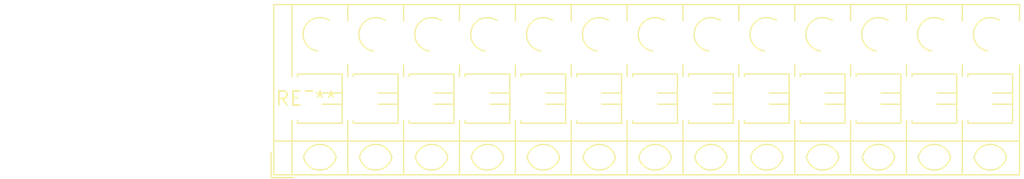
<source format=kicad_pcb>
(kicad_pcb (version 20240108) (generator pcbnew)
  (layers (0 "F.Cu" signal) (31 "B.Cu" signal) (34 "B.Paste" user) (35 "F.Paste" user) (36 "B.SilkS" user "B.Silkscreen") (37 "F.SilkS" user "F.Silkscreen") (38 "B.Mask" user) (39 "F.Mask" user) (44 "Edge.Cuts" user))
  (net 0 "")
  (footprint "TerminalBlock_WAGO_804-113_1x13_P5.00mm_45Degree" (layer "F.Cu") (at 0 0)
    (property "Reference" "REF**")
    (property "Value" "TerminalBlock_WAGO_804-113_1x13_P5.00mm_45Degree")
    (fp_line (start -3.11 4.82) (end -3.11 7.06) (layer "F.SilkS") (stroke (width 0.12)))
    (fp_line (start -3.11 7.06) (end -1.11 7.06) (layer "F.SilkS") (stroke (width 0.12)))
    (fp_line (start -2.87 -8.42) (end -2.87 6.82) (layer "F.SilkS") (stroke (width 0.12)))
    (fp_line (start -2.87 -8.42) (end 63.87 -8.42) (layer "F.SilkS") (stroke (width 0.12)))
    (fp_line (start -2.87 3.8) (end 63.87 3.8) (layer "F.SilkS") (stroke (width 0.12)))
    (fp_line (start -2.87 6.82) (end 63.87 6.82) (layer "F.SilkS") (stroke (width 0.12)))
    (fp_line (start -1.25 -8.42) (end -1.25 -1.98) (layer "F.SilkS") (stroke (width 0.12)))
    (fp_line (start -1.25 1.98) (end -1.25 6.82) (layer "F.SilkS") (stroke (width 0.12)))
    (fp_line (start -0.75 -2.2) (end -0.75 -1.98) (layer "F.SilkS") (stroke (width 0.12)))
    (fp_line (start -0.75 -2.2) (end 3.25 -2.2) (layer "F.SilkS") (stroke (width 0.12)))
    (fp_line (start -0.75 1.98) (end -0.75 2.2) (layer "F.SilkS") (stroke (width 0.12)))
    (fp_line (start -0.75 2.2) (end 3.25 2.2) (layer "F.SilkS") (stroke (width 0.12)))
    (fp_line (start 1.48 -0.5) (end 3.25 -0.5) (layer "F.SilkS") (stroke (width 0.12)))
    (fp_line (start 1.48 0.5) (end 3.25 0.5) (layer "F.SilkS") (stroke (width 0.12)))
    (fp_line (start 3.25 -2.2) (end 3.25 2.2) (layer "F.SilkS") (stroke (width 0.12)))
    (fp_line (start 3.25 -0.5) (end 3.25 0.5) (layer "F.SilkS") (stroke (width 0.12)))
    (fp_line (start 3.75 -8.42) (end 3.75 -6.98) (layer "F.SilkS") (stroke (width 0.12)))
    (fp_line (start 3.75 -3.02) (end 3.75 -1.98) (layer "F.SilkS") (stroke (width 0.12)))
    (fp_line (start 3.75 1.98) (end 3.75 6.82) (layer "F.SilkS") (stroke (width 0.12)))
    (fp_line (start 4.25 -2.2) (end 4.25 -1.98) (layer "F.SilkS") (stroke (width 0.12)))
    (fp_line (start 4.25 -2.2) (end 8.25 -2.2) (layer "F.SilkS") (stroke (width 0.12)))
    (fp_line (start 4.25 1.98) (end 4.25 2.2) (layer "F.SilkS") (stroke (width 0.12)))
    (fp_line (start 4.25 2.2) (end 8.25 2.2) (layer "F.SilkS") (stroke (width 0.12)))
    (fp_line (start 6.48 -0.5) (end 8.25 -0.5) (layer "F.SilkS") (stroke (width 0.12)))
    (fp_line (start 6.48 0.5) (end 8.25 0.5) (layer "F.SilkS") (stroke (width 0.12)))
    (fp_line (start 8.25 -2.2) (end 8.25 2.2) (layer "F.SilkS") (stroke (width 0.12)))
    (fp_line (start 8.25 -0.5) (end 8.25 0.5) (layer "F.SilkS") (stroke (width 0.12)))
    (fp_line (start 8.75 -8.42) (end 8.75 -6.98) (layer "F.SilkS") (stroke (width 0.12)))
    (fp_line (start 8.75 -3.02) (end 8.75 -1.98) (layer "F.SilkS") (stroke (width 0.12)))
    (fp_line (start 8.75 1.98) (end 8.75 6.82) (layer "F.SilkS") (stroke (width 0.12)))
    (fp_line (start 9.25 -2.2) (end 9.25 -1.98) (layer "F.SilkS") (stroke (width 0.12)))
    (fp_line (start 9.25 -2.2) (end 13.25 -2.2) (layer "F.SilkS") (stroke (width 0.12)))
    (fp_line (start 9.25 1.98) (end 9.25 2.2) (layer "F.SilkS") (stroke (width 0.12)))
    (fp_line (start 9.25 2.2) (end 13.25 2.2) (layer "F.SilkS") (stroke (width 0.12)))
    (fp_line (start 11.48 -0.5) (end 13.25 -0.5) (layer "F.SilkS") (stroke (width 0.12)))
    (fp_line (start 11.48 0.5) (end 13.25 0.5) (layer "F.SilkS") (stroke (width 0.12)))
    (fp_line (start 13.25 -2.2) (end 13.25 2.2) (layer "F.SilkS") (stroke (width 0.12)))
    (fp_line (start 13.25 -0.5) (end 13.25 0.5) (layer "F.SilkS") (stroke (width 0.12)))
    (fp_line (start 13.75 -8.42) (end 13.75 -6.98) (layer "F.SilkS") (stroke (width 0.12)))
    (fp_line (start 13.75 -3.02) (end 13.75 -1.98) (layer "F.SilkS") (stroke (width 0.12)))
    (fp_line (start 13.75 1.98) (end 13.75 6.82) (layer "F.SilkS") (stroke (width 0.12)))
    (fp_line (start 14.25 -2.2) (end 14.25 -1.98) (layer "F.SilkS") (stroke (width 0.12)))
    (fp_line (start 14.25 -2.2) (end 18.25 -2.2) (layer "F.SilkS") (stroke (width 0.12)))
    (fp_line (start 14.25 1.98) (end 14.25 2.2) (layer "F.SilkS") (stroke (width 0.12)))
    (fp_line (start 14.25 2.2) (end 18.25 2.2) (layer "F.SilkS") (stroke (width 0.12)))
    (fp_line (start 16.48 -0.5) (end 18.25 -0.5) (layer "F.SilkS") (stroke (width 0.12)))
    (fp_line (start 16.48 0.5) (end 18.25 0.5) (layer "F.SilkS") (stroke (width 0.12)))
    (fp_line (start 18.25 -2.2) (end 18.25 2.2) (layer "F.SilkS") (stroke (width 0.12)))
    (fp_line (start 18.25 -0.5) (end 18.25 0.5) (layer "F.SilkS") (stroke (width 0.12)))
    (fp_line (start 18.75 -8.42) (end 18.75 -6.98) (layer "F.SilkS") (stroke (width 0.12)))
    (fp_line (start 18.75 -3.02) (end 18.75 -1.98) (layer "F.SilkS") (stroke (width 0.12)))
    (fp_line (start 18.75 1.98) (end 18.75 6.82) (layer "F.SilkS") (stroke (width 0.12)))
    (fp_line (start 19.25 -2.2) (end 19.25 -1.98) (layer "F.SilkS") (stroke (width 0.12)))
    (fp_line (start 19.25 -2.2) (end 23.25 -2.2) (layer "F.SilkS") (stroke (width 0.12)))
    (fp_line (start 19.25 1.98) (end 19.25 2.2) (layer "F.SilkS") (stroke (width 0.12)))
    (fp_line (start 19.25 2.2) (end 23.25 2.2) (layer "F.SilkS") (stroke (width 0.12)))
    (fp_line (start 21.48 -0.5) (end 23.25 -0.5) (layer "F.SilkS") (stroke (width 0.12)))
    (fp_line (start 21.48 0.5) (end 23.25 0.5) (layer "F.SilkS") (stroke (width 0.12)))
    (fp_line (start 23.25 -2.2) (end 23.25 2.2) (layer "F.SilkS") (stroke (width 0.12)))
    (fp_line (start 23.25 -0.5) (end 23.25 0.5) (layer "F.SilkS") (stroke (width 0.12)))
    (fp_line (start 23.75 -8.42) (end 23.75 -6.98) (layer "F.SilkS") (stroke (width 0.12)))
    (fp_line (start 23.75 -3.02) (end 23.75 -1.98) (layer "F.SilkS") (stroke (width 0.12)))
    (fp_line (start 23.75 1.98) (end 23.75 6.82) (layer "F.SilkS") (stroke (width 0.12)))
    (fp_line (start 24.25 -2.2) (end 24.25 -1.98) (layer "F.SilkS") (stroke (width 0.12)))
    (fp_line (start 24.25 -2.2) (end 28.25 -2.2) (layer "F.SilkS") (stroke (width 0.12)))
    (fp_line (start 24.25 1.98) (end 24.25 2.2) (layer "F.SilkS") (stroke (width 0.12)))
    (fp_line (start 24.25 2.2) (end 28.25 2.2) (layer "F.SilkS") (stroke (width 0.12)))
    (fp_line (start 26.48 -0.5) (end 28.25 -0.5) (layer "F.SilkS") (stroke (width 0.12)))
    (fp_line (start 26.48 0.5) (end 28.25 0.5) (layer "F.SilkS") (stroke (width 0.12)))
    (fp_line (start 28.25 -2.2) (end 28.25 2.2) (layer "F.SilkS") (stroke (width 0.12)))
    (fp_line (start 28.25 -0.5) (end 28.25 0.5) (layer "F.SilkS") (stroke (width 0.12)))
    (fp_line (start 28.75 -8.42) (end 28.75 -6.98) (layer "F.SilkS") (stroke (width 0.12)))
    (fp_line (start 28.75 -3.02) (end 28.75 -1.98) (layer "F.SilkS") (stroke (width 0.12)))
    (fp_line (start 28.75 1.98) (end 28.75 6.82) (layer "F.SilkS") (stroke (width 0.12)))
    (fp_line (start 29.25 -2.2) (end 29.25 -1.98) (layer "F.SilkS") (stroke (width 0.12)))
    (fp_line (start 29.25 -2.2) (end 33.25 -2.2) (layer "F.SilkS") (stroke (width 0.12)))
    (fp_line (start 29.25 1.98) (end 29.25 2.2) (layer "F.SilkS") (stroke (width 0.12)))
    (fp_line (start 29.25 2.2) (end 33.25 2.2) (layer "F.SilkS") (stroke (width 0.12)))
    (fp_line (start 31.48 -0.5) (end 33.25 -0.5) (layer "F.SilkS") (stroke (width 0.12)))
    (fp_line (start 31.48 0.5) (end 33.25 0.5) (layer "F.SilkS") (stroke (width 0.12)))
    (fp_line (start 33.25 -2.2) (end 33.25 2.2) (layer "F.SilkS") (stroke (width 0.12)))
    (fp_line (start 33.25 -0.5) (end 33.25 0.5) (layer "F.SilkS") (stroke (width 0.12)))
    (fp_line (start 33.75 -8.42) (end 33.75 -6.98) (layer "F.SilkS") (stroke (width 0.12)))
    (fp_line (start 33.75 -3.02) (end 33.75 -1.98) (layer "F.SilkS") (stroke (width 0.12)))
    (fp_line (start 33.75 1.98) (end 33.75 6.82) (layer "F.SilkS") (stroke (width 0.12)))
    (fp_line (start 34.25 -2.2) (end 34.25 -1.98) (layer "F.SilkS") (stroke (width 0.12)))
    (fp_line (start 34.25 -2.2) (end 38.25 -2.2) (layer "F.SilkS") (stroke (width 0.12)))
    (fp_line (start 34.25 1.98) (end 34.25 2.2) (layer "F.SilkS") (stroke (width 0.12)))
    (fp_line (start 34.25 2.2) (end 38.25 2.2) (layer "F.SilkS") (stroke (width 0.12)))
    (fp_line (start 36.48 -0.5) (end 38.25 -0.5) (layer "F.SilkS") (stroke (width 0.12)))
    (fp_line (start 36.48 0.5) (end 38.25 0.5) (layer "F.SilkS") (stroke (width 0.12)))
    (fp_line (start 38.25 -2.2) (end 38.25 2.2) (layer "F.SilkS") (stroke (width 0.12)))
    (fp_line (start 38.25 -0.5) (end 38.25 0.5) (layer "F.SilkS") (stroke (width 0.12)))
    (fp_line (start 38.75 -8.42) (end 38.75 -6.98) (layer "F.SilkS") (stroke (width 0.12)))
    (fp_line (start 38.75 -3.02) (end 38.75 -1.98) (layer "F.SilkS") (stroke (width 0.12)))
    (fp_line (start 38.75 1.98) (end 38.75 6.82) (layer "F.SilkS") (stroke (width 0.12)))
    (fp_line (start 39.25 -2.2) (end 39.25 -1.98) (layer "F.SilkS") (stroke (width 0.12)))
    (fp_line (start 39.25 -2.2) (end 43.25 -2.2) (layer "F.SilkS") (stroke (width 0.12)))
    (fp_line (start 39.25 1.98) (end 39.25 2.2) (layer "F.SilkS") (stroke (width 0.12)))
    (fp_line (start 39.25 2.2) (end 43.25 2.2) (layer "F.SilkS") (stroke (width 0.12)))
    (fp_line (start 41.48 -0.5) (end 43.25 -0.5) (layer "F.SilkS") (stroke (width 0.12)))
    (fp_line (start 41.48 0.5) (end 43.25 0.5) (layer "F.SilkS") (stroke (width 0.12)))
    (fp_line (start 43.25 -2.2) (end 43.25 2.2) (layer "F.SilkS") (stroke (width 0.12)))
    (fp_line (start 43.25 -0.5) (end 43.25 0.5) (layer "F.SilkS") (stroke (width 0.12)))
    (fp_line (start 43.75 -8.42) (end 43.75 -6.98) (layer "F.SilkS") (stroke (width 0.12)))
    (fp_line (start 43.75 -3.02) (end 43.75 -1.98) (layer "F.SilkS") (stroke (width 0.12)))
    (fp_line (start 43.75 1.98) (end 43.75 6.82) (layer "F.SilkS") (stroke (width 0.12)))
    (fp_line (start 44.25 -2.2) (end 44.25 -1.98) (layer "F.SilkS") (stroke (width 0.12)))
    (fp_line (start 44.25 -2.2) (end 48.25 -2.2) (layer "F.SilkS") (stroke (width 0.12)))
    (fp_line (start 44.25 1.98) (end 44.25 2.2) (layer "F.SilkS") (stroke (width 0.12)))
    (fp_line (start 44.25 2.2) (end 48.25 2.2) (layer "F.SilkS") (stroke (width 0.12)))
    (fp_line (start 46.48 -0.5) (end 48.25 -0.5) (layer "F.SilkS") (stroke (width 0.12)))
    (fp_line (start 46.48 0.5) (end 48.25 0.5) (layer "F.SilkS") (stroke (width 0.12)))
    (fp_line (start 48.25 -2.2) (end 48.25 2.2) (layer "F.SilkS") (stroke (width 0.12)))
    (fp_line (start 48.25 -0.5) (end 48.25 0.5) (layer "F.SilkS") (stroke (width 0.12)))
    (fp_line (start 48.75 -8.42) (end 48.75 -6.98) (layer "F.SilkS") (stroke (width 0.12)))
    (fp_line (start 48.75 -3.02) (end 48.75 -1.98) (layer "F.SilkS") (stroke (width 0.12)))
    (fp_line (start 48.75 1.98) (end 48.75 6.82) (layer "F.SilkS") (stroke (width 0.12)))
    (fp_line (start 49.25 -2.2) (end 49.25 -1.98) (layer "F.SilkS") (stroke (width 0.12)))
    (fp_line (start 49.25 -2.2) (end 53.25 -2.2) (layer "F.SilkS") (stroke (width 0.12)))
    (fp_line (start 49.25 1.98) (end 49.25 2.2) (layer "F.SilkS") (stroke (width 0.12)))
    (fp_line (start 49.25 2.2) (end 53.25 2.2) (layer "F.SilkS") (stroke (width 0.12)))
    (fp_line (start 51.48 -0.5) (end 53.25 -0.5) (layer "F.SilkS") (stroke (width 0.12)))
    (fp_line (start 51.48 0.5) (end 53.25 0.5) (layer "F.SilkS") (stroke (width 0.12)))
    (fp_line (start 53.25 -2.2) (end 53.25 2.2) (layer "F.SilkS") (stroke (width 0.12)))
    (fp_line (start 53.25 -0.5) (end 53.25 0.5) (layer "F.SilkS") (stroke (width 0.12)))
    (fp_line (start 53.75 -8.42) (end 53.75 -6.98) (layer "F.SilkS") (stroke (width 0.12)))
    (fp_line (start 53.75 -3.02) (end 53.75 -1.98) (layer "F.SilkS") (stroke (width 0.12)))
    (fp_line (start 53.75 1.98) (end 53.75 6.82) (layer "F.SilkS") (stroke (width 0.12)))
    (fp_line (start 54.25 -2.2) (end 54.25 -1.98) (layer "F.SilkS") (stroke (width 0.12)))
    (fp_line (start 54.25 -2.2) (end 58.25 -2.2) (layer "F.SilkS") (stroke (width 0.12)))
    (fp_line (start 54.25 1.98) (end 54.25 2.2) (layer "F.SilkS") (stroke (width 0.12)))
    (fp_line (start 54.25 2.2) (end 58.25 2.2) (layer "F.SilkS") (stroke (width 0.12)))
    (fp_line (start 56.48 -0.5) (end 58.25 -0.5) (layer "F.SilkS") (stroke (width 0.12)))
    (fp_line (start 56.48 0.5) (end 58.25 0.5) (layer "F.SilkS") (stroke (width 0.12)))
    (fp_line (start 58.25 -2.2) (end 58.25 2.2) (layer "F.SilkS") (stroke (width 0.12)))
    (fp_line (start 58.25 -0.5) (end 58.25 0.5) (layer "F.SilkS") (stroke (width 0.12)))
    (fp_line (start 58.75 -8.42) (end 58.75 -6.98) (layer "F.SilkS") (stroke (width 0.12)))
    (fp_line (start 58.75 -3.02) (end 58.75 -1.98) (layer "F.SilkS") (stroke (width 0.12)))
    (fp_line (start 58.75 1.98) (end 58.75 6.82) (layer "F.SilkS") (stroke (width 0.12)))
    (fp_line (start 59.25 -2.2) (end 59.25 -1.98) (layer "F.SilkS") (stroke (width 0.12)))
    (fp_line (start 59.25 -2.2) (end 63.25 -2.2) (layer "F.SilkS") (stroke (width 0.12)))
    (fp_line (start 59.25 1.98) (end 59.25 2.2) (layer "F.SilkS") (stroke (width 0.12)))
    (fp_line (start 59.25 2.2) (end 63.25 2.2) (layer "F.SilkS") (stroke (width 0.12)))
    (fp_line (start 61.48 -0.5) (end 63.25 -0.5) (layer "F.SilkS") (stroke (width 0.12)))
    (fp_line (start 61.48 0.5) (end 63.25 0.5) (layer "F.SilkS") (stroke (width 0.12)))
    (fp_line (start 63.25 -2.2) (end 63.25 2.2) (layer "F.SilkS") (stroke (width 0.12)))
    (fp_line (start 63.25 -0.5) (end 63.25 0.5) (layer "F.SilkS") (stroke (width 0.12)))
    (fp_line (start 63.87 -8.42) (end 63.87 -6.98) (layer "F.SilkS") (stroke (width 0.12)))
    (fp_line (start 63.87 -3.02) (end 63.87 6.82) (layer "F.SilkS") (stroke (width 0.12)))
    (fp_arc (start -0.200865 5.250424) (mid 1.250296 4.099926) (end 2.701 5.251) (layer "F.SilkS") (stroke (width 0.12)))
    (fp_arc (start 1.040798 -4.264067) (mid -0.146039 -6.300306) (end 2.111 -6.979) (layer "F.SilkS") (stroke (width 0.12)))
    (fp_arc (start 2.7 5.25) (mid 1.250068 6.400101) (end -0.199969 5.250133) (layer "F.SilkS") (stroke (width 0.12)))
    (fp_arc (start 4.799135 5.250424) (mid 6.250296 4.099926) (end 7.701 5.251) (layer "F.SilkS") (stroke (width 0.12)))
    (fp_arc (start 6.040798 -4.264067) (mid 4.853961 -6.300306) (end 7.111 -6.979) (layer "F.SilkS") (stroke (width 0.12)))
    (fp_arc (start 7.7 5.25) (mid 6.250068 6.400101) (end 4.800031 5.250133) (layer "F.SilkS") (stroke (width 0.12)))
    (fp_arc (start 9.799135 5.250424) (mid 11.250296 4.099926) (end 12.701 5.251) (layer "F.SilkS") (stroke (width 0.12)))
    (fp_arc (start 11.040798 -4.264067) (mid 9.853961 -6.300306) (end 12.111 -6.979) (layer "F.SilkS") (stroke (width 0.12)))
    (fp_arc (start 12.7 5.25) (mid 11.250068 6.400101) (end 9.800031 5.250133) (layer "F.SilkS") (stroke (width 0.12)))
    (fp_arc (start 14.799135 5.250424) (mid 16.250296 4.099926) (end 17.701 5.251) (layer "F.SilkS") (stroke (width 0.12)))
    (fp_arc (start 16.040798 -4.264067) (mid 14.853961 -6.300306) (end 17.111 -6.979) (layer "F.SilkS") (stroke (width 0.12)))
    (fp_arc (start 17.7 5.25) (mid 16.250068 6.400101) (end 14.800031 5.250133) (layer "F.SilkS") (stroke (width 0.12)))
    (fp_arc (start 19.799135 5.250424) (mid 21.250296 4.099926) (end 22.701 5.251) (layer "F.SilkS") (stroke (width 0.12)))
    (fp_arc (start 21.040798 -4.264067) (mid 19.853961 -6.300306) (end 22.111 -6.979) (layer "F.SilkS") (stroke (width 0.12)))
    (fp_arc (start 22.7 5.25) (mid 21.250068 6.400101) (end 19.800031 5.250133) (layer "F.SilkS") (stroke (width 0.12)))
    (fp_arc (start 24.799135 5.250424) (mid 26.250296 4.099926) (end 27.701 5.251) (layer "F.SilkS") (stroke (width 0.12)))
    (fp_arc (start 26.040798 -4.264067) (mid 24.853961 -6.300306) (end 27.111 -6.979) (layer "F.SilkS") (stroke (width 0.12)))
    (fp_arc (start 27.7 5.25) (mid 26.250068 6.400101) (end 24.800031 5.250133) (layer "F.SilkS") (stroke (width 0.12)))
    (fp_arc (start 29.799135 5.250424) (mid 31.250296 4.099926) (end 32.701 5.251) (layer "F.SilkS") (stroke (width 0.12)))
    (fp_arc (start 31.040798 -4.264067) (mid 29.853961 -6.300306) (end 32.111 -6.979) (layer "F.SilkS") (stroke (width 0.12)))
    (fp_arc (start 32.701 5.25) (mid 31.250296 6.401074) (end 29.799135 5.250576) (layer "F.SilkS") (stroke (width 0.12)))
    (fp_arc (start 34.799135 5.250424) (mid 36.250296 4.099926) (end 37.701 5.251) (layer "F.SilkS") (stroke (width 0.12)))
    (fp_arc (start 36.040798 -4.264067) (mid 34.853961 -6.300306) (end 37.111 -6.979) (layer "F.SilkS") (stroke (width 0.12)))
    (fp_arc (start 37.7 5.25) (mid 36.250068 6.400101) (end 34.800031 5.250133) (layer "F.SilkS") (stroke (width 0.12)))
    (fp_arc (start 39.799135 5.250424) (mid 41.250296 4.099926) (end 42.701 5.251) (layer "F.SilkS") (stroke (width 0.12)))
    (fp_arc (start 41.040798 -4.264067) (mid 39.853961 -6.300306) (end 42.111 -6.979) (layer "F.SilkS") (stroke (width 0.12)))
    (fp_arc (start 42.7 5.25) (mid 41.250068 6.400101) (end 39.800031 5.250133) (layer "F.SilkS") (stroke (width 0.12)))
    (fp_arc (start 44.799135 5.250424) (mid 46.250296 4.099926) (end 47.701 5.251) (layer "F.SilkS") (stroke (width 0.12)))
    (fp_arc (start 46.040798 -4.264067) (mid 44.853961 -6.300306) (end 47.111 -6.979) (layer "F.SilkS") (stroke (width 0.12)))
    (fp_arc (start 47.7 5.25) (mid 46.250068 6.400101) (end 44.800031 5.250133) (layer "F.SilkS") (stroke (width 0.12)))
    (fp_arc (start 49.799135 5.250424) (mid 51.250296 4.099926) (end 52.701 5.251) (layer "F.SilkS") (stroke (width 0.12)))
    (fp_arc (start 51.040798 -4.264067) (mid 49.853961 -6.300306) (end 52.111 -6.979) (layer "F.SilkS") (stroke (width 0.12)))
    (fp_arc (start 52.7 5.25) (mid 51.250068 6.400101) (end 49.800031 5.250133) (layer "F.SilkS") (stroke (width 0.12)))
    (fp_arc (start 54.799135 5.250424) (mid 56.250296 4.099926) (end 57.701 5.251) (layer "F.SilkS") (stroke (width 0.12)))
    (fp_arc (start 56.040798 -4.264067) (mid 54.853961 -6.300306) (end 57.111 -6.979) (layer "F.SilkS") (stroke (width 0.12)))
    (fp_arc (start 57.7 5.25) (mid 56.250068 6.400101) (end 54.800031 5.250133) (layer "F.SilkS") (stroke (width 0.12)))
    (fp_arc (start 59.799135 5.250424) (mid 61.250296 4.099926) (end 62.701 5.251) (layer "F.SilkS") (stroke (width 0.12)))
    (fp_arc (start 61.040798 -4.264067) (mid 59.853961 -6.300306) (end 62.111 -6.979) (layer "F.SilkS") (stroke (width 0.12)))
    (fp_arc (start 62.7 5.25) (mid 61.250068 6.400101) (end 59.800031 5.250133) (layer "F.SilkS") (stroke (width 0.12)))
    (pad "1" thru_hole rect (at 0 0) (size 2 3) (drill 1.2) (layers *.Cu *.Mask) (remove_unused_layers))
    (pad "1" thru_hole rect (at 2.5 -5) (size 2 3) (drill 1.2) (layers *.Cu *.Mask) (remove_unused_layers))
    (pad "2" thru_hole oval (at 5 0) (size 2 3) (drill 1.2) (layers *.Cu *.Mask) (remove_unused_layers))
    (pad "2" thru_hole oval (at 7.5 -5) (size 2 3) (drill 1.2) (layers *.Cu *.Mask) (remove_unused_layers))
    (pad "3" thru_hole oval (at 10 0) (size 2 3) (drill 1.2) (layers *.Cu *.Mask) (remove_unused_layers))
    (pad "3" thru_hole oval (at 12.5 -5) (size 2 3) (drill 1.2) (layers *.Cu *.Mask) (remove_unused_layers))
    (pad "4" thru_hole oval (at 15 0) (size 2 3) (drill 1.2) (layers *.Cu *.Mask) (remove_unused_layers))
    (pad "4" thru_hole oval (at 17.5 -5) (size 2 3) (drill 1.2) (layers *.Cu *.Mask) (remove_unused_layers))
    (pad "5" thru_hole oval (at 20 0) (size 2 3) (drill 1.2) (layers *.Cu *.Mask) (remove_unused_layers))
    (pad "5" thru_hole oval (at 22.5 -5) (size 2 3) (drill 1.2) (layers *.Cu *.Mask) (remove_unused_layers))
    (pad "6" thru_hole oval (at 25 0) (size 2 3) (drill 1.2) (layers *.Cu *.Mask) (remove_unused_layers))
    (pad "6" thru_hole oval (at 27.5 -5) (size 2 3) (drill 1.2) (layers *.Cu *.Mask) (remove_unused_layers))
    (pad "7" thru_hole oval (at 30 0) (size 2 3) (drill 1.2) (layers *.Cu *.Mask) (remove_unused_layers))
    (pad "7" thru_hole oval (at 32.5 -5) (size 2 3) (drill 1.2) (layers *.Cu *.Mask) (remove_unused_layers))
    (pad "8" thru_hole oval (at 35 0) (size 2 3) (drill 1.2) (layers *.Cu *.Mask) (remove_unused_layers))
    (pad "8" thru_hole oval (at 37.5 -5) (size 2 3) (drill 1.2) (layers *.Cu *.Mask) (remove_unused_layers))
    (pad "9" thru_hole oval (at 40 0) (size 2 3) (drill 1.2) (layers *.Cu *.Mask) (remove_unused_layers))
    (pad "9" thru_hole oval (at 42.5 -5) (size 2 3) (drill 1.2) (layers *.Cu *.Mask) (remove_unused_layers))
    (pad "10" thru_hole oval (at 45 0) (size 2 3) (drill 1.2) (layers *.Cu *.Mask) (remove_unused_layers))
    (pad "10" thru_hole oval (at 47.5 -5) (size 2 3) (drill 1.2) (layers *.Cu *.Mask) (remove_unused_layers))
    (pad "11" thru_hole oval (at 50 0) (size 2 3) (drill 1.2) (layers *.Cu *.Mask) (remove_unused_layers))
    (pad "11" thru_hole oval (at 52.5 -5) (size 2 3) (drill 1.2) (layers *.Cu *.Mask) (remove_unused_layers))
    (pad "12" thru_hole oval (at 55 0) (size 2 3) (drill 1.2) (layers *.Cu *.Mask) (remove_unused_layers))
    (pad "12" thru_hole oval (at 57.5 -5) (size 2 3) (drill 1.2) (layers *.Cu *.Mask) (remove_unused_layers))
    (pad "13" thru_hole oval (at 60 0) (size 2 3) (drill 1.2) (layers *.Cu *.Mask) (remove_unused_layers))
    (pad "13" thru_hole oval (at 62.5 -5) (size 2 3) (drill 1.2) (layers *.Cu *.Mask) (remove_unused_layers))
  )
)
</source>
